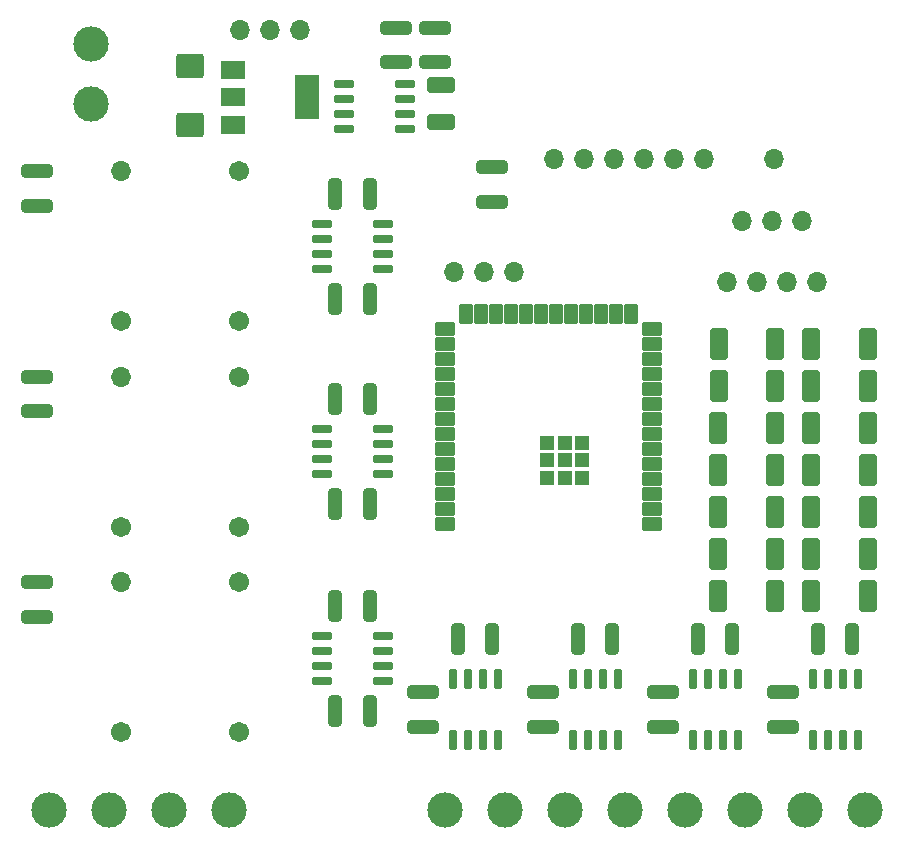
<source format=gbr>
%TF.GenerationSoftware,KiCad,Pcbnew,7.0.10*%
%TF.CreationDate,2024-07-15T02:50:03-03:00*%
%TF.ProjectId,board,626f6172-642e-46b6-9963-61645f706362,1.0*%
%TF.SameCoordinates,Original*%
%TF.FileFunction,Soldermask,Top*%
%TF.FilePolarity,Negative*%
%FSLAX46Y46*%
G04 Gerber Fmt 4.6, Leading zero omitted, Abs format (unit mm)*
G04 Created by KiCad (PCBNEW 7.0.10) date 2024-07-15 02:50:03*
%MOMM*%
%LPD*%
G01*
G04 APERTURE LIST*
G04 Aperture macros list*
%AMRoundRect*
0 Rectangle with rounded corners*
0 $1 Rounding radius*
0 $2 $3 $4 $5 $6 $7 $8 $9 X,Y pos of 4 corners*
0 Add a 4 corners polygon primitive as box body*
4,1,4,$2,$3,$4,$5,$6,$7,$8,$9,$2,$3,0*
0 Add four circle primitives for the rounded corners*
1,1,$1+$1,$2,$3*
1,1,$1+$1,$4,$5*
1,1,$1+$1,$6,$7*
1,1,$1+$1,$8,$9*
0 Add four rect primitives between the rounded corners*
20,1,$1+$1,$2,$3,$4,$5,0*
20,1,$1+$1,$4,$5,$6,$7,0*
20,1,$1+$1,$6,$7,$8,$9,0*
20,1,$1+$1,$8,$9,$2,$3,0*%
G04 Aperture macros list end*
%ADD10RoundRect,0.150000X-0.725000X-0.150000X0.725000X-0.150000X0.725000X0.150000X-0.725000X0.150000X0*%
%ADD11RoundRect,0.250000X0.500000X1.100000X-0.500000X1.100000X-0.500000X-1.100000X0.500000X-1.100000X0*%
%ADD12RoundRect,0.250000X-1.075000X0.312500X-1.075000X-0.312500X1.075000X-0.312500X1.075000X0.312500X0*%
%ADD13O,1.712000X1.712000*%
%ADD14C,1.712000*%
%ADD15RoundRect,0.250000X-0.312500X-1.075000X0.312500X-1.075000X0.312500X1.075000X-0.312500X1.075000X0*%
%ADD16RoundRect,0.250000X0.312500X1.075000X-0.312500X1.075000X-0.312500X-1.075000X0.312500X-1.075000X0*%
%ADD17RoundRect,0.102000X0.750000X0.450000X-0.750000X0.450000X-0.750000X-0.450000X0.750000X-0.450000X0*%
%ADD18RoundRect,0.102000X0.450000X0.750000X-0.450000X0.750000X-0.450000X-0.750000X0.450000X-0.750000X0*%
%ADD19RoundRect,0.102000X0.500000X0.500000X-0.500000X0.500000X-0.500000X-0.500000X0.500000X-0.500000X0*%
%ADD20RoundRect,0.150000X0.150000X-0.725000X0.150000X0.725000X-0.150000X0.725000X-0.150000X-0.725000X0*%
%ADD21O,3.000000X3.000000*%
%ADD22C,3.000000*%
%ADD23O,1.700000X1.700000*%
%ADD24RoundRect,0.250000X1.075000X-0.312500X1.075000X0.312500X-1.075000X0.312500X-1.075000X-0.312500X0*%
%ADD25RoundRect,0.250000X-0.925000X0.412500X-0.925000X-0.412500X0.925000X-0.412500X0.925000X0.412500X0*%
%ADD26RoundRect,0.250000X0.925000X-0.787500X0.925000X0.787500X-0.925000X0.787500X-0.925000X-0.787500X0*%
%ADD27R,2.000000X1.500000*%
%ADD28R,2.000000X3.800000*%
G04 APERTURE END LIST*
D10*
%TO.C,AMP3*%
X132207600Y-100050600D03*
X132207600Y-101320600D03*
X132207600Y-102590600D03*
X132207600Y-103860600D03*
X137357600Y-103860600D03*
X137357600Y-102590600D03*
X137357600Y-101320600D03*
X137357600Y-100050600D03*
%TD*%
D11*
%TO.C,DZ14*%
X170561600Y-85953600D03*
X165761600Y-85953600D03*
%TD*%
D12*
%TO.C,R9*%
X140716600Y-104811100D03*
X140716600Y-107736100D03*
%TD*%
D10*
%TO.C,AMP8*%
X134077600Y-53314600D03*
X134077600Y-54584600D03*
X134077600Y-55854600D03*
X134077600Y-57124600D03*
X139227600Y-57124600D03*
X139227600Y-55854600D03*
X139227600Y-54584600D03*
X139227600Y-53314600D03*
%TD*%
D11*
%TO.C,DZ2*%
X170566600Y-75285600D03*
X165766600Y-75285600D03*
%TD*%
D13*
%TO.C,TP2*%
X115189600Y-78079600D03*
D14*
X115189600Y-90779600D03*
X125189600Y-90779600D03*
X125189600Y-78079600D03*
%TD*%
D15*
%TO.C,R7*%
X133320100Y-79984600D03*
X136245100Y-79984600D03*
%TD*%
D16*
%TO.C,R16*%
X146624100Y-100304600D03*
X143699100Y-100304600D03*
%TD*%
D17*
%TO.C,MCU1*%
X160121600Y-90525600D03*
X160121600Y-89255600D03*
X160121600Y-87985600D03*
X160121600Y-86715600D03*
X160121600Y-85445600D03*
X160121600Y-84175600D03*
X160121600Y-82905600D03*
X160121600Y-81635600D03*
X160121600Y-80365600D03*
X160121600Y-79095600D03*
X160121600Y-77825600D03*
X160121600Y-76555600D03*
X160121600Y-75285600D03*
X160121600Y-74015600D03*
D18*
X158356600Y-72765600D03*
X157086600Y-72765600D03*
X155816600Y-72765600D03*
X154546600Y-72765600D03*
X153276600Y-72765600D03*
X152006600Y-72765600D03*
X150736600Y-72765600D03*
X149466600Y-72765600D03*
X148196600Y-72765600D03*
X146926600Y-72765600D03*
X145656600Y-72765600D03*
X144386600Y-72765600D03*
D17*
X142621600Y-74015600D03*
X142621600Y-75285600D03*
X142621600Y-76555600D03*
X142621600Y-77825600D03*
X142621600Y-79095600D03*
X142621600Y-80365600D03*
X142621600Y-81635600D03*
X142621600Y-82905600D03*
X142621600Y-84175600D03*
X142621600Y-85445600D03*
X142621600Y-86715600D03*
X142621600Y-87985600D03*
X142621600Y-89255600D03*
X142621600Y-90525600D03*
D19*
X152731600Y-85175600D03*
X154231600Y-85175600D03*
X151231600Y-85175600D03*
X154231600Y-83675600D03*
X152731600Y-83675600D03*
X151231600Y-83675600D03*
X154231600Y-86675600D03*
X152731600Y-86675600D03*
X151231600Y-86675600D03*
%TD*%
D20*
%TO.C,AMP6*%
X163576600Y-108813600D03*
X164846600Y-108813600D03*
X166116600Y-108813600D03*
X167386600Y-108813600D03*
X167386600Y-103663600D03*
X166116600Y-103663600D03*
X164846600Y-103663600D03*
X163576600Y-103663600D03*
%TD*%
D11*
%TO.C,DZ13*%
X178422600Y-85953600D03*
X173622600Y-85953600D03*
%TD*%
D20*
%TO.C,AMP4*%
X143256600Y-108813600D03*
X144526600Y-108813600D03*
X145796600Y-108813600D03*
X147066600Y-108813600D03*
X147066600Y-103663600D03*
X145796600Y-103663600D03*
X144526600Y-103663600D03*
X143256600Y-103663600D03*
%TD*%
D16*
%TO.C,R17*%
X156784100Y-100304600D03*
X153859100Y-100304600D03*
%TD*%
D11*
%TO.C,DZ6*%
X170561600Y-82397600D03*
X165761600Y-82397600D03*
%TD*%
%TO.C,DZ5*%
X178409600Y-82397600D03*
X173609600Y-82397600D03*
%TD*%
D13*
%TO.C,TP1*%
X115189600Y-60680600D03*
D14*
X115189600Y-73380600D03*
X125189600Y-73380600D03*
X125189600Y-60680600D03*
%TD*%
D21*
%TO.C,J7*%
X173101600Y-114782600D03*
D22*
X178181600Y-114782600D03*
%TD*%
D12*
%TO.C,R4*%
X108077600Y-78079600D03*
X108077600Y-81004600D03*
%TD*%
D13*
%TO.C,TP3*%
X115189600Y-95478600D03*
D14*
X115189600Y-108178600D03*
X125189600Y-108178600D03*
X125189600Y-95478600D03*
%TD*%
D23*
%TO.C,P1*%
X143370600Y-69209600D03*
X145910600Y-69209600D03*
X148450600Y-69209600D03*
%TD*%
D24*
%TO.C,R2*%
X141732600Y-51475100D03*
X141732600Y-48550100D03*
%TD*%
D16*
%TO.C,R18*%
X166944100Y-100304600D03*
X164019100Y-100304600D03*
%TD*%
D12*
%TO.C,R11*%
X161036600Y-104811100D03*
X161036600Y-107736100D03*
%TD*%
D11*
%TO.C,DZ11*%
X178422600Y-89509600D03*
X173622600Y-89509600D03*
%TD*%
D23*
%TO.C,SW1*%
X125222600Y-48728600D03*
X127762600Y-48728600D03*
X130302600Y-48728600D03*
%TD*%
D15*
%TO.C,R6*%
X133320100Y-62585600D03*
X136245100Y-62585600D03*
%TD*%
D11*
%TO.C,DZ3*%
X178422600Y-78841600D03*
X173622600Y-78841600D03*
%TD*%
D12*
%TO.C,R10*%
X150876600Y-104811100D03*
X150876600Y-107736100D03*
%TD*%
%TO.C,R3*%
X108077600Y-60680600D03*
X108077600Y-63605600D03*
%TD*%
%TO.C,R12*%
X171196600Y-104811100D03*
X171196600Y-107736100D03*
%TD*%
D11*
%TO.C,DZ12*%
X170561600Y-89509600D03*
X165761600Y-89509600D03*
%TD*%
D25*
%TO.C,C2*%
X142240600Y-53428100D03*
X142240600Y-56503100D03*
%TD*%
D21*
%TO.C,J4*%
X142621600Y-114782600D03*
D22*
X147701600Y-114782600D03*
%TD*%
D21*
%TO.C,J3*%
X109093600Y-114782600D03*
D22*
X114173600Y-114782600D03*
%TD*%
D16*
%TO.C,R19*%
X177104100Y-100304600D03*
X174179100Y-100304600D03*
%TD*%
D23*
%TO.C,P4*%
X167767600Y-64871600D03*
X170307600Y-64871600D03*
X172847600Y-64871600D03*
%TD*%
D16*
%TO.C,R15*%
X136245100Y-106400600D03*
X133320100Y-106400600D03*
%TD*%
D11*
%TO.C,DZ9*%
X178422600Y-93065600D03*
X173622600Y-93065600D03*
%TD*%
%TO.C,DZ7*%
X178422600Y-96621600D03*
X173622600Y-96621600D03*
%TD*%
D21*
%TO.C,J6*%
X162941600Y-114782600D03*
D22*
X168021600Y-114782600D03*
%TD*%
D12*
%TO.C,R5*%
X108077600Y-95478600D03*
X108077600Y-98403600D03*
%TD*%
D23*
%TO.C,P5*%
X164567600Y-59664600D03*
X162027600Y-59664600D03*
X159487600Y-59664600D03*
X156947600Y-59664600D03*
X154407600Y-59664600D03*
X151867600Y-59664600D03*
%TD*%
D11*
%TO.C,DZ4*%
X170566600Y-78841600D03*
X165766600Y-78841600D03*
%TD*%
D23*
%TO.C,P3*%
X166507600Y-70078600D03*
X169047600Y-70078600D03*
X171587600Y-70078600D03*
X174127600Y-70078600D03*
%TD*%
D16*
%TO.C,R13*%
X136245100Y-71475600D03*
X133320100Y-71475600D03*
%TD*%
D11*
%TO.C,DZ1*%
X178422600Y-75285600D03*
X173622600Y-75285600D03*
%TD*%
D26*
%TO.C,C1*%
X121031600Y-56740100D03*
X121031600Y-51815100D03*
%TD*%
D15*
%TO.C,R8*%
X133320100Y-97510600D03*
X136245100Y-97510600D03*
%TD*%
D21*
%TO.C,J2*%
X119253600Y-114782600D03*
D22*
X124333600Y-114782600D03*
%TD*%
D23*
%TO.C,P2*%
X170434600Y-59664600D03*
%TD*%
D27*
%TO.C,PS1*%
X124637600Y-52143600D03*
X124637600Y-54443600D03*
D28*
X130937600Y-54443600D03*
D27*
X124637600Y-56743600D03*
%TD*%
D16*
%TO.C,R14*%
X136245100Y-88874600D03*
X133320100Y-88874600D03*
%TD*%
D11*
%TO.C,DZ8*%
X170561600Y-96621600D03*
X165761600Y-96621600D03*
%TD*%
%TO.C,DZ10*%
X170561600Y-93065600D03*
X165761600Y-93065600D03*
%TD*%
D24*
%TO.C,R20*%
X146608800Y-63286100D03*
X146608800Y-60361100D03*
%TD*%
D20*
%TO.C,AMP7*%
X173736600Y-108813600D03*
X175006600Y-108813600D03*
X176276600Y-108813600D03*
X177546600Y-108813600D03*
X177546600Y-103663600D03*
X176276600Y-103663600D03*
X175006600Y-103663600D03*
X173736600Y-103663600D03*
%TD*%
%TO.C,AMP5*%
X153416600Y-108813600D03*
X154686600Y-108813600D03*
X155956600Y-108813600D03*
X157226600Y-108813600D03*
X157226600Y-103663600D03*
X155956600Y-103663600D03*
X154686600Y-103663600D03*
X153416600Y-103663600D03*
%TD*%
D12*
%TO.C,R1*%
X138430600Y-48550100D03*
X138430600Y-51475100D03*
%TD*%
D21*
%TO.C,J5*%
X152781600Y-114782600D03*
D22*
X157861600Y-114782600D03*
%TD*%
D21*
%TO.C,J1*%
X112674600Y-49885600D03*
D22*
X112674600Y-54965600D03*
%TD*%
D10*
%TO.C,AMP2*%
X132207600Y-82524600D03*
X132207600Y-83794600D03*
X132207600Y-85064600D03*
X132207600Y-86334600D03*
X137357600Y-86334600D03*
X137357600Y-85064600D03*
X137357600Y-83794600D03*
X137357600Y-82524600D03*
%TD*%
%TO.C,AMP1*%
X132207600Y-65125600D03*
X132207600Y-66395600D03*
X132207600Y-67665600D03*
X132207600Y-68935600D03*
X137357600Y-68935600D03*
X137357600Y-67665600D03*
X137357600Y-66395600D03*
X137357600Y-65125600D03*
%TD*%
M02*

</source>
